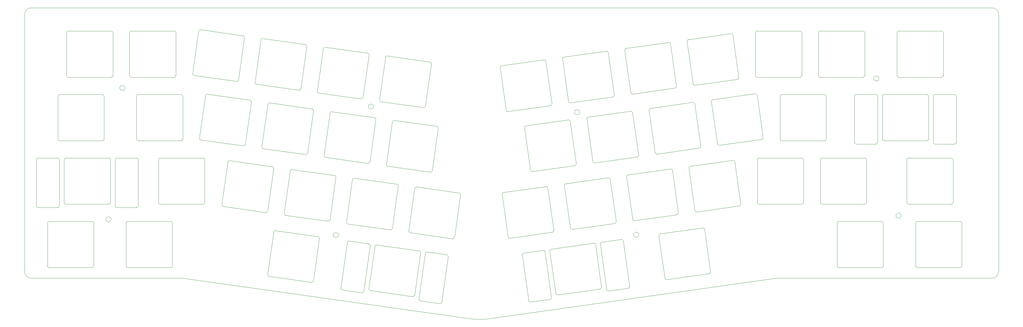
<source format=gm1>
G04 #@! TF.GenerationSoftware,KiCad,Pcbnew,(5.99.0-9176-ga1730d51ff)*
G04 #@! TF.CreationDate,2021-11-19T15:25:31-06:00*
G04 #@! TF.ProjectId,Plate,506c6174-652e-46b6-9963-61645f706362,rev?*
G04 #@! TF.SameCoordinates,Original*
G04 #@! TF.FileFunction,Profile,NP*
%FSLAX46Y46*%
G04 Gerber Fmt 4.6, Leading zero omitted, Abs format (unit mm)*
G04 Created by KiCad (PCBNEW (5.99.0-9176-ga1730d51ff)) date 2021-11-19 15:25:31*
%MOMM*%
%LPD*%
G01*
G04 APERTURE LIST*
G04 #@! TA.AperFunction,Profile*
%ADD10C,0.100000*%
G04 #@! TD*
G04 APERTURE END LIST*
D10*
X187039516Y-176548789D02*
G75*
G02*
X187604237Y-176123240I495135J-69586D01*
G01*
X218881108Y-191327856D02*
G75*
G02*
X218316387Y-190902307I-69586J495135D01*
G01*
X168379329Y-188063856D02*
X170327753Y-174200103D01*
X260110880Y-184523560D02*
X272984364Y-182714309D01*
X287037281Y-122677143D02*
X287037281Y-109677143D01*
X263684437Y-164279201D02*
G75*
G02*
X263258888Y-164843922I-495135J-69586D01*
G01*
X185189963Y-175783937D02*
G75*
G02*
X185615511Y-176348657I-69586J-495134D01*
G01*
X266876039Y-150702893D02*
G75*
G02*
X267301587Y-150138171I495135J69587D01*
G01*
X279588728Y-109936896D02*
G75*
G02*
X280153449Y-110362443I69587J-495134D01*
G01*
X110442032Y-180398642D02*
G75*
G02*
X109942031Y-180898643I-500001J0D01*
G01*
X349019532Y-166898642D02*
G75*
G02*
X349519531Y-167398643I-1J-500000D01*
G01*
X246378760Y-172315899D02*
G75*
G02*
X246943481Y-172741446I69587J-495134D01*
G01*
X183835308Y-156861252D02*
G75*
G02*
X184400029Y-156435703I495135J-69586D01*
G01*
X169562947Y-115876057D02*
G75*
G02*
X169988495Y-116440777I-69586J-495134D01*
G01*
X183806261Y-189222143D02*
G75*
G02*
X183241540Y-189647690I-495134J69587D01*
G01*
X169902205Y-173635383D02*
G75*
G02*
X170327753Y-174200103I-69586J-495134D01*
G01*
X336019531Y-180898643D02*
G75*
G02*
X335519531Y-180398643I0J500000D01*
G01*
X251600886Y-146740218D02*
X249791636Y-133866734D01*
X246378761Y-172315899D02*
X240437152Y-173150937D01*
X171390674Y-132091571D02*
G75*
G03*
X171390674Y-132091571I-800000J0D01*
G01*
X268091522Y-130789939D02*
X255218037Y-132599189D01*
X73129531Y-180898643D02*
G75*
G02*
X72629531Y-180398643I0J500000D01*
G01*
X338923031Y-142417643D02*
X325923031Y-142417642D01*
X219437246Y-151765437D02*
X232310731Y-149956187D01*
X269250011Y-164001924D02*
X282123496Y-162192674D01*
X343899781Y-122677143D02*
G75*
G02*
X343399781Y-123177143I-500000J0D01*
G01*
X164970703Y-154210003D02*
G75*
G02*
X165535423Y-153784455I495134J-69586D01*
G01*
X161872999Y-187654365D02*
X167814609Y-188489404D01*
X119752781Y-147658143D02*
G75*
G02*
X120252781Y-148158143I0J-500000D01*
G01*
X100115781Y-148158143D02*
X100115781Y-162158143D01*
X133898638Y-130100980D02*
G75*
G02*
X134324186Y-130665700I-69586J-495134D01*
G01*
X330399781Y-109177143D02*
X343399781Y-109177143D01*
X119752781Y-161658143D02*
X106752781Y-161658143D01*
X222735120Y-175638796D02*
X216793512Y-176473834D01*
X195889811Y-171683160D02*
X197699060Y-158809674D01*
X293312511Y-184098643D02*
X358659848Y-184098642D01*
X332852531Y-161158143D02*
X332852531Y-148158143D01*
X137260137Y-111841106D02*
X135450887Y-124714591D01*
X150698342Y-113224809D02*
G75*
G02*
X151123890Y-113789529I-69586J-495134D01*
G01*
X139295992Y-163729416D02*
G75*
G02*
X138731270Y-164154964I-495135J69587D01*
G01*
X268091522Y-130789939D02*
G75*
G02*
X268656243Y-131215486I69587J-495134D01*
G01*
X320087280Y-109677143D02*
X320087280Y-122677143D01*
X171751758Y-174400234D02*
X169942508Y-187273719D01*
X248011432Y-153354140D02*
G75*
G02*
X248436980Y-152789418I495135J69587D01*
G01*
X89772781Y-128917643D02*
X89772781Y-141917643D01*
X273409913Y-182149589D02*
G75*
G02*
X272984365Y-182714309I-495134J-69586D01*
G01*
X149314639Y-126663015D02*
G75*
G02*
X148749918Y-127088562I-495134J69587D01*
G01*
X75739781Y-147658143D02*
G75*
G02*
X76239781Y-148158143I0J-500000D01*
G01*
X132514936Y-143539185D02*
X134324186Y-130665700D01*
X335519531Y-180398643D02*
X335519531Y-167398643D01*
X100115780Y-162158143D02*
G75*
G02*
X99615781Y-162658142I-499999J0D01*
G01*
X182451605Y-170299458D02*
G75*
G02*
X182026057Y-169734736I69587J495135D01*
G01*
X300537281Y-109177142D02*
G75*
G02*
X301037280Y-109677143I-1J-500000D01*
G01*
X96128318Y-126440719D02*
G75*
G03*
X96128318Y-126440719I-800000J0D01*
G01*
X222994909Y-117890639D02*
X210121424Y-119699889D01*
X192022970Y-191386753D02*
X193971393Y-177523000D01*
X346352531Y-147658143D02*
G75*
G02*
X346852531Y-148158143I0J-500000D01*
G01*
X229146828Y-156005386D02*
X230956078Y-168878872D01*
X183835309Y-156861251D02*
X182026058Y-169734736D01*
X190492458Y-138054722D02*
G75*
G02*
X190918006Y-138619442I-69586J-495134D01*
G01*
X301037280Y-109677143D02*
X301037280Y-122677143D01*
X222994908Y-117890639D02*
G75*
G02*
X223559629Y-118316186I69587J-495134D01*
G01*
X159544301Y-152942459D02*
G75*
G02*
X159969849Y-153507179I-69586J-495134D01*
G01*
X271035942Y-168850557D02*
X258162456Y-170659807D01*
X96442031Y-167398643D02*
G75*
G02*
X96942031Y-166898643I500000J0D01*
G01*
X346852531Y-161158143D02*
G75*
G02*
X346352531Y-161658143I-500000J0D01*
G01*
X225955223Y-169581696D02*
X224145973Y-156708211D01*
X76272781Y-142417643D02*
G75*
G02*
X75772781Y-141917643I0J500000D01*
G01*
X341361032Y-143417642D02*
G75*
G02*
X340861031Y-142917643I-1J500000D01*
G01*
X307966781Y-142417642D02*
X294966780Y-142417642D01*
X349519531Y-167398643D02*
X349519531Y-180398643D01*
X251600886Y-146740219D02*
G75*
G02*
X251175338Y-147304939I-495134J-69586D01*
G01*
X127241489Y-148907509D02*
X125432238Y-161780994D01*
X339423031Y-141917643D02*
G75*
G02*
X338923031Y-142417643I-500000J0D01*
G01*
X146106095Y-151558757D02*
G75*
G02*
X146670816Y-151133208I495135J-69586D01*
G01*
X263098092Y-125887176D02*
X261288842Y-113013691D01*
X316985031Y-128917643D02*
G75*
G02*
X317485031Y-128417643I500000J0D01*
G01*
X333352531Y-147658143D02*
X346352531Y-147658143D01*
X113085281Y-128417643D02*
G75*
G02*
X113585281Y-128917643I0J-500000D01*
G01*
X91939782Y-109177142D02*
G75*
G02*
X92439781Y-109677143I-1J-500000D01*
G01*
X158189645Y-134019772D02*
G75*
G02*
X158754366Y-133594223I495135J-69586D01*
G01*
X106752781Y-147658143D02*
X119752781Y-147658143D01*
X263098092Y-125887177D02*
G75*
G02*
X262672544Y-126451897I-495134J-69586D01*
G01*
X212069846Y-133563642D02*
G75*
G02*
X211505126Y-133138094I-69586J495134D01*
G01*
X358662219Y-102149390D02*
G75*
G02*
X360662220Y-104149450I1J-2000000D01*
G01*
X195889811Y-171683160D02*
G75*
G02*
X195325090Y-172108707I-495134J69587D01*
G01*
X178408908Y-155593707D02*
X165535424Y-153784456D01*
X244819831Y-166930449D02*
G75*
G02*
X244394283Y-167495169I-495134J-69586D01*
G01*
X97489781Y-109677143D02*
G75*
G02*
X97989781Y-109177143I500000J0D01*
G01*
X187043852Y-131965510D02*
X188853102Y-119092025D01*
X248891905Y-186605199D02*
X246943481Y-172741446D01*
X197273513Y-158244954D02*
G75*
G02*
X197699061Y-158809674I-69586J-495134D01*
G01*
X113585281Y-128917643D02*
X113585281Y-141917643D01*
X286956128Y-128138690D02*
X274082643Y-129947940D01*
X78939781Y-123177143D02*
G75*
G02*
X78439781Y-122677143I0J500000D01*
G01*
X99615781Y-162658142D02*
X93615781Y-162658143D01*
X235927882Y-135815157D02*
G75*
G02*
X236353430Y-135250435I495135J69587D01*
G01*
X254792489Y-133163910D02*
G75*
G02*
X255218037Y-132599188I495135J69587D01*
G01*
X190492459Y-138054722D02*
X177618974Y-136245471D01*
X222735120Y-175638796D02*
G75*
G02*
X223299841Y-176064343I69587J-495134D01*
G01*
X248891905Y-186605200D02*
G75*
G02*
X248466357Y-187169920I-495134J-69586D01*
G01*
X189108756Y-151492927D02*
X190918006Y-138619443D01*
X260110881Y-184523560D02*
G75*
G02*
X259546159Y-184098012I-69587J495135D01*
G01*
X156805943Y-147457977D02*
X169679428Y-149267228D01*
X240011604Y-173715658D02*
G75*
G02*
X240437152Y-173150936I495135J69587D01*
G01*
X247425088Y-114962115D02*
G75*
G02*
X247850636Y-114397393I495135J69587D01*
G01*
X227097817Y-189163244D02*
X239971302Y-187353994D01*
X333352531Y-161658143D02*
G75*
G02*
X332852531Y-161158143I0J500000D01*
G01*
X301108782Y-147658142D02*
G75*
G02*
X301608781Y-148158143I-1J-500000D01*
G01*
X177054252Y-136671020D02*
G75*
G02*
X177618973Y-136245471I495135J-69586D01*
G01*
X97989781Y-123177143D02*
G75*
G02*
X97489781Y-122677143I0J500000D01*
G01*
X89272781Y-142417643D02*
X76272781Y-142417643D01*
X160737427Y-170999080D02*
G75*
G03*
X160737427Y-170999080I-800000J0D01*
G01*
X307158782Y-161658142D02*
G75*
G02*
X306658781Y-161158143I-1J500000D01*
G01*
X110442031Y-167398643D02*
X110442031Y-180398643D01*
X242445860Y-153631416D02*
X229572375Y-155440667D01*
X225248264Y-189928096D02*
X223299841Y-176064343D01*
X254792490Y-133163910D02*
X256601740Y-146037394D01*
X69239781Y-148158143D02*
G75*
G02*
X69739781Y-147658143I500000J0D01*
G01*
X137941337Y-144806731D02*
G75*
G02*
X137515789Y-144242009I69587J495135D01*
G01*
X91908191Y-166274597D02*
G75*
G03*
X91908191Y-166274597I-800000J0D01*
G01*
X153151275Y-184913865D02*
X154960526Y-172040380D01*
X227097817Y-189163245D02*
G75*
G02*
X226533096Y-188737696I-69586J495135D01*
G01*
X248011433Y-153354140D02*
X249820683Y-166227625D01*
X171627852Y-135403475D02*
X158754367Y-133594224D01*
X250385403Y-166653173D02*
G75*
G02*
X249820682Y-166227624I-69586J495135D01*
G01*
X340861031Y-128917643D02*
G75*
G02*
X341361031Y-128417643I500000J0D01*
G01*
X301608781Y-161158143D02*
G75*
G02*
X301108781Y-161658143I-500000J0D01*
G01*
X177054253Y-136671019D02*
X175245003Y-149544504D01*
X273657094Y-130512662D02*
G75*
G02*
X274082642Y-129947940I495135J69587D01*
G01*
X119076730Y-142155482D02*
X131950215Y-143964732D01*
X139295991Y-163729416D02*
X141105241Y-150855932D01*
X319587281Y-123177143D02*
X306587281Y-123177142D01*
X210282220Y-158656635D02*
X212091471Y-171530120D01*
X209695876Y-120264610D02*
G75*
G02*
X210121424Y-119699888I495135J69587D01*
G01*
X320158781Y-161658143D02*
X307158781Y-161658142D01*
X137260135Y-111841106D02*
G75*
G02*
X137824857Y-111415558I495135J-69587D01*
G01*
X316985031Y-142917643D02*
X316985031Y-128917643D01*
X158189646Y-134019772D02*
X156380396Y-146893257D01*
X77677782Y-148158142D02*
G75*
G02*
X78177781Y-147658143I499999J0D01*
G01*
X325923031Y-128417643D02*
X338923031Y-128417643D01*
X189108756Y-151492928D02*
G75*
G02*
X188544035Y-151918475I-495134J69587D01*
G01*
X360659847Y-182098704D02*
G75*
G02*
X358659848Y-184098642I-1999999J61D01*
G01*
X153151275Y-184913865D02*
G75*
G02*
X152586554Y-185339412I-495134J69587D01*
G01*
X193545846Y-176958279D02*
X187604237Y-176123241D01*
X257736908Y-171224526D02*
X259546160Y-184098012D01*
X163395876Y-173225891D02*
X161447453Y-187089644D01*
X244233487Y-128538424D02*
G75*
G02*
X243807939Y-129103144I-495134J-69586D01*
G01*
X159544301Y-152942459D02*
X146670816Y-151133209D01*
X330399781Y-123177143D02*
G75*
G02*
X329899781Y-122677143I0J500000D01*
G01*
X263684436Y-164279200D02*
X261875186Y-151405716D01*
X193545845Y-176958279D02*
G75*
G02*
X193971393Y-177522999I-69586J-495134D01*
G01*
X343399781Y-109177143D02*
G75*
G02*
X343899781Y-109677143I0J-500000D01*
G01*
X282549044Y-161627954D02*
X280739793Y-148754469D01*
X131833734Y-110573562D02*
G75*
G02*
X132259282Y-111138282I-69586J-495134D01*
G01*
X329899781Y-122677143D02*
X329899781Y-109677143D01*
X229146828Y-156005387D02*
G75*
G02*
X229572375Y-155440666I495134J69587D01*
G01*
X144722393Y-164996961D02*
X157595878Y-166806212D01*
X91677781Y-161158143D02*
G75*
G02*
X91177781Y-161658143I-500000J0D01*
G01*
X280175072Y-148328921D02*
G75*
G02*
X280739793Y-148754468I69587J-495134D01*
G01*
X231520798Y-169304421D02*
G75*
G02*
X230956077Y-168878872I-69586J495135D01*
G01*
X156124742Y-114492354D02*
X154315492Y-127365839D01*
X182451606Y-170299457D02*
X195325091Y-172108707D01*
X294466780Y-128917643D02*
G75*
G02*
X294966780Y-128417643I500000J0D01*
G01*
X341361031Y-128417643D02*
X347361031Y-128417643D01*
X324419329Y-123537306D02*
G75*
G03*
X324419329Y-123537306I-800000J0D01*
G01*
X249226915Y-133441186D02*
G75*
G02*
X249791636Y-133866733I69587J-495134D01*
G01*
X307966782Y-128417643D02*
G75*
G02*
X308466780Y-128917643I-1J-499999D01*
G01*
X346852531Y-148158143D02*
X346852531Y-161158143D01*
X347861031Y-128917643D02*
X347861031Y-142917643D01*
X76239780Y-162158143D02*
G75*
G02*
X75739781Y-162658142I-499999J0D01*
G01*
X323485031Y-143417643D02*
X317485031Y-143417642D01*
X169562948Y-115876057D02*
X156689462Y-114066807D01*
X117011826Y-122628065D02*
G75*
G02*
X116586278Y-122063343I69587J495135D01*
G01*
X120460432Y-128717277D02*
G75*
G02*
X121025153Y-128291728I495135J-69586D01*
G01*
X306658781Y-148158143D02*
G75*
G02*
X307158781Y-147658143I500000J0D01*
G01*
X270465493Y-144088971D02*
X268656243Y-131215486D01*
X170244148Y-148841680D02*
G75*
G02*
X169679428Y-149267228I-495134J69586D01*
G01*
X276031066Y-143811695D02*
G75*
G02*
X275466345Y-143386146I-69586J495135D01*
G01*
X111489781Y-109677143D02*
X111489781Y-122677143D01*
X171751757Y-174400235D02*
G75*
G02*
X172316478Y-173974686I495135J-69586D01*
G01*
X320158782Y-147658142D02*
G75*
G02*
X320658781Y-148158143I-1J-500000D01*
G01*
X92439781Y-122677143D02*
G75*
G02*
X91939781Y-123177143I-500000J0D01*
G01*
X268663667Y-125609900D02*
G75*
G02*
X268098946Y-125184351I-69586J495135D01*
G01*
X270465492Y-144088971D02*
G75*
G02*
X270039945Y-144653692I-495134J-69587D01*
G01*
X230934454Y-130912395D02*
G75*
G02*
X230369733Y-130486846I-69586J495135D01*
G01*
X287537281Y-123177143D02*
G75*
G02*
X287037281Y-122677143I0J500000D01*
G01*
X225368880Y-131189672D02*
G75*
G02*
X224943332Y-131754392I-495134J-69586D01*
G01*
X257166460Y-146462943D02*
G75*
G02*
X256601739Y-146037394I-69586J495135D01*
G01*
X130450032Y-124011768D02*
G75*
G02*
X129885311Y-124437315I-495134J69587D01*
G01*
X91677781Y-148158143D02*
X91677781Y-161158143D01*
X217063274Y-138466405D02*
X218872526Y-151339890D01*
X120252781Y-161158143D02*
G75*
G02*
X119752781Y-161658143I-500000J0D01*
G01*
X266289697Y-112310867D02*
X268098947Y-125184352D01*
X151379543Y-146190433D02*
G75*
G02*
X150814822Y-146615980I-495134J69587D01*
G01*
X347861031Y-142917643D02*
G75*
G02*
X347361031Y-143417643I-500000J0D01*
G01*
X149314639Y-126663014D02*
X151123889Y-113789530D01*
X127241488Y-148907509D02*
G75*
G02*
X127806209Y-148481960I495135J-69586D01*
G01*
X343899781Y-109677143D02*
X343899781Y-122677143D01*
X306587281Y-109177143D02*
X319587281Y-109177143D01*
X154534978Y-171475659D02*
G75*
G02*
X154960526Y-172040379I-69586J-495134D01*
G01*
X325207031Y-180898643D02*
X312207031Y-180898642D01*
X131833735Y-110573562D02*
X118960250Y-108764310D01*
X241859516Y-115239391D02*
X228986031Y-117048642D01*
X232736279Y-149391467D02*
G75*
G02*
X232310731Y-149956187I-495134J-69586D01*
G01*
X154741039Y-127930560D02*
X167614524Y-129739810D01*
X225955223Y-169581697D02*
G75*
G02*
X225529675Y-170146417I-495134J-69586D01*
G01*
X106252781Y-161158143D02*
X106252781Y-148158143D01*
X106752781Y-161658143D02*
G75*
G02*
X106252781Y-161158143I0J500000D01*
G01*
X109942031Y-166898643D02*
G75*
G02*
X110442031Y-167398643I0J-500000D01*
G01*
X288108781Y-161658143D02*
G75*
G02*
X287608781Y-161158143I0J500000D01*
G01*
X173605647Y-130581807D02*
X186479131Y-132391057D01*
X69239781Y-162158143D02*
X69239781Y-148158143D01*
X260724121Y-112588144D02*
G75*
G02*
X261288842Y-113013691I69587J-495134D01*
G01*
X75772781Y-141917643D02*
X75772781Y-128917643D01*
X91939781Y-123177143D02*
X78939781Y-123177143D01*
X163395875Y-173225892D02*
G75*
G02*
X163960596Y-172800343I495135J-69586D01*
G01*
X320658781Y-161158143D02*
G75*
G02*
X320158781Y-161658143I-500000J0D01*
G01*
X187039516Y-176548788D02*
X185091093Y-190412541D01*
X301108781Y-161658143D02*
X288108781Y-161658142D01*
X228560483Y-117613362D02*
X230369734Y-130486847D01*
X230362308Y-136092434D02*
X217488823Y-137901684D01*
X86129531Y-166898643D02*
G75*
G02*
X86629531Y-167398643I0J-500000D01*
G01*
X99615781Y-147658143D02*
G75*
G02*
X100115781Y-148158143I0J-500000D01*
G01*
X185516640Y-190977263D02*
G75*
G02*
X185091092Y-190412541I69587J495135D01*
G01*
X125857784Y-162345714D02*
G75*
G02*
X125432237Y-161780993I69587J495134D01*
G01*
X294966781Y-142417642D02*
G75*
G02*
X294466780Y-141917643I-1J500000D01*
G01*
X312207031Y-166898643D02*
X325207031Y-166898643D01*
X232736279Y-149391466D02*
X230927028Y-136517981D01*
X78939781Y-109177143D02*
X91939781Y-109177142D01*
X319587282Y-109177143D02*
G75*
G02*
X320087280Y-109677143I-1J-499999D01*
G01*
X325707032Y-180398642D02*
G75*
G02*
X325207031Y-180898643I-500001J0D01*
G01*
X281962700Y-123235928D02*
X280153449Y-110362444D01*
X163587000Y-167648209D02*
X176460485Y-169457460D01*
X261310465Y-150980169D02*
G75*
G02*
X261875186Y-151405716I69587J-495134D01*
G01*
X177025206Y-169031913D02*
G75*
G02*
X176460485Y-169457460I-495134J69587D01*
G01*
X294466780Y-141917643D02*
X294466780Y-128917643D01*
X77677781Y-161158143D02*
X77677781Y-148158143D01*
X228560483Y-117613363D02*
G75*
G02*
X228986031Y-117048641I495135J69587D01*
G01*
X205116264Y-196493828D02*
G75*
G02*
X201776109Y-196493828I-1670079J11883217D01*
G01*
X347361032Y-128417642D02*
G75*
G02*
X347861031Y-128917643I-1J-500000D01*
G01*
X150698342Y-113224809D02*
X137824857Y-111415559D01*
X273657095Y-130512662D02*
X275466346Y-143386147D01*
X93615781Y-147658143D02*
X99615781Y-147658143D01*
X139325041Y-131368523D02*
X137515790Y-144242009D01*
X209695877Y-120264610D02*
X211505127Y-133138095D01*
X144722393Y-164996963D02*
G75*
G02*
X144296845Y-164432241I69587J495135D01*
G01*
X218881108Y-191327855D02*
X224822717Y-190492817D01*
X170368055Y-187838440D02*
G75*
G02*
X169942507Y-187273718I69587J495135D01*
G01*
X96942031Y-166898643D02*
X109942031Y-166898643D01*
X325207031Y-166898643D02*
G75*
G02*
X325707031Y-167398643I0J-500000D01*
G01*
X65677780Y-104149390D02*
G75*
G02*
X67677780Y-102149390I2000000J0D01*
G01*
X311707031Y-180398643D02*
X311707031Y-167398643D01*
X249799060Y-128261148D02*
G75*
G02*
X249234339Y-127835599I-69586J495135D01*
G01*
X339423031Y-128917643D02*
X339423031Y-141917643D01*
X287608782Y-148158142D02*
G75*
G02*
X288108781Y-147658143I499999J0D01*
G01*
X175670550Y-150109226D02*
G75*
G02*
X175245002Y-149544504I69587J495135D01*
G01*
X106252781Y-148158143D02*
G75*
G02*
X106752781Y-147658143I500000J0D01*
G01*
X146106096Y-151558756D02*
X144296846Y-164432241D01*
X67677780Y-102149390D02*
X358662220Y-102149390D01*
X140679694Y-150291212D02*
X127806209Y-148481961D01*
X331179680Y-165169742D02*
G75*
G03*
X331179680Y-165169742I-800000J0D01*
G01*
X185189964Y-175783936D02*
X172316479Y-173974687D01*
X99585281Y-141917643D02*
X99585281Y-128917643D01*
X257166460Y-146462942D02*
X270039946Y-144653692D01*
X266289696Y-112310867D02*
G75*
G02*
X266715244Y-111746145I495135J69587D01*
G01*
X282549044Y-161627954D02*
G75*
G02*
X282123496Y-162192674I-495134J-69586D01*
G01*
X325423031Y-128917643D02*
G75*
G02*
X325923031Y-128417643I500000J0D01*
G01*
X113085281Y-142417642D02*
X100085281Y-142417643D01*
X154741039Y-127930561D02*
G75*
G02*
X154315491Y-127365839I69587J495135D01*
G01*
X89272782Y-128417642D02*
G75*
G02*
X89772781Y-128917643I-1J-500000D01*
G01*
X97989781Y-109177143D02*
X110989781Y-109177142D01*
X347361031Y-143417643D02*
X341361031Y-143417642D01*
X93115781Y-162158143D02*
X93115781Y-148158143D01*
X168179245Y-129314263D02*
G75*
G02*
X167614524Y-129739810I-495134J69587D01*
G01*
X266876040Y-150702892D02*
X268685291Y-163576377D01*
X75739781Y-162658142D02*
X69739781Y-162658143D01*
X110989781Y-123177143D02*
X97989781Y-123177143D01*
X276031066Y-143811694D02*
X288904551Y-142002444D01*
X141096772Y-170091957D02*
G75*
G02*
X141661493Y-169666408I495135J-69586D01*
G01*
X325423031Y-141917643D02*
X325423031Y-128917643D01*
X139713069Y-183530163D02*
G75*
G02*
X139287521Y-182965441I69587J495135D01*
G01*
X287037282Y-109677142D02*
G75*
G02*
X287537281Y-109177143I499999J0D01*
G01*
X306587281Y-123177143D02*
G75*
G02*
X306087281Y-122677143I0J500000D01*
G01*
X317485032Y-143417642D02*
G75*
G02*
X316985031Y-142917643I-1J500000D01*
G01*
X332852532Y-148158142D02*
G75*
G02*
X333352531Y-147658143I499999J0D01*
G01*
X216367962Y-177038554D02*
G75*
G02*
X216793511Y-176473833I495135J69586D01*
G01*
X306087282Y-109677142D02*
G75*
G02*
X306587281Y-109177143I499999J0D01*
G01*
X323985031Y-128917643D02*
X323985031Y-142917643D01*
X69739781Y-147658143D02*
X75739781Y-147658143D01*
X230934455Y-130912394D02*
X243807939Y-129103144D01*
X192022969Y-191386752D02*
G75*
G02*
X191458249Y-191812300I-495134J69586D01*
G01*
X225248264Y-189928097D02*
G75*
G02*
X224822716Y-190492817I-495134J-69586D01*
G01*
X125857786Y-162345714D02*
X138731270Y-164154964D01*
X67677780Y-184098642D02*
G75*
G02*
X65677781Y-182098643I0J1999999D01*
G01*
X360662220Y-104149450D02*
X360659848Y-182098703D01*
X170244149Y-148841680D02*
X172053399Y-135968195D01*
X96442031Y-180398643D02*
X96442031Y-167398643D01*
X185516641Y-190977262D02*
X191458249Y-191812299D01*
X323985031Y-142917643D02*
G75*
G02*
X323485031Y-143417643I-500000J0D01*
G01*
X289330099Y-141437724D02*
G75*
G02*
X288904551Y-142002444I-495134J-69586D01*
G01*
X251726633Y-170941332D02*
G75*
G03*
X251726633Y-170941332I-800000J0D01*
G01*
X130450032Y-124011767D02*
X132259282Y-111138282D01*
X173605646Y-130581808D02*
G75*
G02*
X173180098Y-130017086I69587J495135D01*
G01*
X183806261Y-189222142D02*
X185615511Y-176348657D01*
X205116264Y-196493828D02*
X293312511Y-184098643D01*
X225368880Y-131189671D02*
X223559629Y-118316186D01*
X118395529Y-109189859D02*
G75*
G02*
X118960250Y-108764310I495135J-69586D01*
G01*
X73129531Y-166898643D02*
X86129531Y-166898643D01*
X135876434Y-125279312D02*
X148749919Y-127088562D01*
X271035941Y-168850557D02*
G75*
G02*
X271600662Y-169276104I69587J-495134D01*
G01*
X139713070Y-183530162D02*
X152586555Y-185339411D01*
X212656191Y-171955667D02*
X225529676Y-170146417D01*
X110989782Y-109177142D02*
G75*
G02*
X111489781Y-109677143I-1J-500000D01*
G01*
X343399781Y-123177143D02*
X330399781Y-123177142D01*
X219437247Y-151765437D02*
G75*
G02*
X218872525Y-151339889I-69587J495135D01*
G01*
X307158781Y-147658143D02*
X320158781Y-147658143D01*
X217063274Y-138466405D02*
G75*
G02*
X217488822Y-137901683I495135J69587D01*
G01*
X132514936Y-143539185D02*
G75*
G02*
X131950215Y-143964732I-495134J69587D01*
G01*
X170368055Y-187838438D02*
X183241539Y-189647690D01*
X96942031Y-180898643D02*
G75*
G02*
X96442031Y-180398643I0J500000D01*
G01*
X212069847Y-133563642D02*
X224943332Y-131754392D01*
X335519531Y-167398643D02*
G75*
G02*
X336019531Y-166898643I500000J0D01*
G01*
X281962700Y-123235929D02*
G75*
G02*
X281537152Y-123800649I-495134J-69586D01*
G01*
X86629531Y-180398643D02*
G75*
G02*
X86129531Y-180898643I-500000J0D01*
G01*
X287608781Y-161158143D02*
X287608781Y-148158143D01*
X240396849Y-186789274D02*
X238587599Y-173915789D01*
X188427554Y-118527304D02*
G75*
G02*
X188853102Y-119092024I-69586J-495134D01*
G01*
X306658781Y-161158143D02*
X306658781Y-148158143D01*
X224723846Y-175864212D02*
G75*
G02*
X225149393Y-175299491I495134J69587D01*
G01*
X92439781Y-109677143D02*
X92439781Y-122677143D01*
X76272781Y-128417643D02*
X89272781Y-128417642D01*
X163587000Y-167648210D02*
G75*
G02*
X163161452Y-167083488I69587J495135D01*
G01*
X188427555Y-118527304D02*
X175554070Y-116718053D01*
X168179245Y-129314262D02*
X169988495Y-116440778D01*
X269250012Y-164001924D02*
G75*
G02*
X268685290Y-163576376I-69587J495135D01*
G01*
X242524749Y-188004958D02*
X248466356Y-187169920D01*
X171627852Y-135403474D02*
G75*
G02*
X172053399Y-135968195I-69587J-495134D01*
G01*
X261310465Y-150980169D02*
X248436980Y-152789419D01*
X294966780Y-128417643D02*
X307966781Y-128417643D01*
X338923031Y-128417643D02*
G75*
G02*
X339423031Y-128917643I0J-500000D01*
G01*
X174989350Y-117143602D02*
X173180099Y-130017086D01*
X86129531Y-180898643D02*
X73129531Y-180898643D01*
X223581253Y-156282664D02*
X210707768Y-158091914D01*
X78177781Y-147658143D02*
X91177781Y-147658143D01*
X230362307Y-136092434D02*
G75*
G02*
X230927028Y-136517981I69587J-495134D01*
G01*
X286956127Y-128138691D02*
G75*
G02*
X287520848Y-128564238I69587J-495134D01*
G01*
X244233487Y-128538424D02*
X242424237Y-115664939D01*
X152763246Y-132752227D02*
X139889761Y-130942977D01*
X93115781Y-148158143D02*
G75*
G02*
X93615781Y-147658143I500000J0D01*
G01*
X287537281Y-109177143D02*
X300537281Y-109177143D01*
X320658781Y-148158143D02*
X320658781Y-161158143D01*
X325707031Y-167398643D02*
X325707031Y-180398643D01*
X301608781Y-148158143D02*
X301608781Y-161158143D01*
X249226915Y-133441186D02*
X236353430Y-135250436D01*
X161873000Y-187654366D02*
G75*
G02*
X161447452Y-187089644I69587J495135D01*
G01*
X119076730Y-142155483D02*
G75*
G02*
X118651182Y-141590761I69587J495135D01*
G01*
X289330099Y-141437723D02*
X287520848Y-128564238D01*
X97489781Y-122677143D02*
X97489781Y-109677143D01*
X311707031Y-167398643D02*
G75*
G02*
X312207031Y-166898643I500000J0D01*
G01*
X233812219Y-133763302D02*
G75*
G03*
X233812219Y-133763302I-800000J0D01*
G01*
X86629531Y-167398643D02*
X86629531Y-180398643D01*
X280175073Y-148328921D02*
X267301588Y-150138172D01*
X273409913Y-182149589D02*
X271600662Y-169276104D01*
X329899782Y-109677142D02*
G75*
G02*
X330399781Y-109177143I499999J0D01*
G01*
X168379329Y-188063856D02*
G75*
G02*
X167814608Y-188489403I-495134J69587D01*
G01*
X242445859Y-153631416D02*
G75*
G02*
X243010580Y-154056963I69587J-495134D01*
G01*
X137941338Y-144806730D02*
X150814822Y-146615979D01*
X91177781Y-161658143D02*
X78177781Y-161658143D01*
X65677781Y-104149390D02*
X65677781Y-182098643D01*
X336019531Y-166898643D02*
X349019531Y-166898643D01*
X151379543Y-146190433D02*
X153188794Y-133316948D01*
X117011827Y-122628064D02*
X129885312Y-124437315D01*
X118395530Y-109189859D02*
X116586279Y-122063344D01*
X247425089Y-114962115D02*
X249234339Y-127835600D01*
X72629531Y-180398643D02*
X72629531Y-167398643D01*
X154534978Y-171475659D02*
X141661493Y-169666409D01*
X323485031Y-128417643D02*
G75*
G02*
X323985031Y-128917643I0J-500000D01*
G01*
X177025206Y-169031912D02*
X178834456Y-156158427D01*
X238022879Y-173490241D02*
X225149393Y-175299492D01*
X308466780Y-141917643D02*
G75*
G02*
X307966781Y-142417642I-499999J0D01*
G01*
X308466780Y-128917643D02*
X308466780Y-141917643D01*
X178408908Y-155593707D02*
G75*
G02*
X178834456Y-156158427I-69586J-495134D01*
G01*
X231520798Y-169304420D02*
X244394283Y-167495169D01*
X212656191Y-171955668D02*
G75*
G02*
X212091470Y-171530119I-69586J495135D01*
G01*
X99585281Y-128917643D02*
G75*
G02*
X100085281Y-128417643I500000J0D01*
G01*
X317485031Y-128417643D02*
X323485031Y-128417643D01*
X260724122Y-112588144D02*
X247850637Y-114397394D01*
X91177781Y-147658143D02*
G75*
G02*
X91677781Y-148158143I0J-500000D01*
G01*
X158160599Y-166380664D02*
G75*
G02*
X157595877Y-166806212I-495135J69587D01*
G01*
X120460433Y-128717277D02*
X118651183Y-141590762D01*
X140679693Y-150291212D02*
G75*
G02*
X141105241Y-150855932I-69586J-495134D01*
G01*
X249799060Y-128261146D02*
X262672545Y-126451897D01*
X187043852Y-131965510D02*
G75*
G02*
X186479131Y-132391057I-495134J69587D01*
G01*
X156124741Y-114492355D02*
G75*
G02*
X156689462Y-114066806I495135J-69586D01*
G01*
X113579734Y-184098643D02*
X67677780Y-184098643D01*
X288108781Y-147658143D02*
X301108781Y-147658143D01*
X175670550Y-150109225D02*
X188544035Y-151918475D01*
X164970703Y-154210004D02*
X163161453Y-167083489D01*
X238301852Y-149114189D02*
G75*
G02*
X237737132Y-148688641I-69586J495134D01*
G01*
X279588729Y-109936896D02*
X266715244Y-111746146D01*
X111489781Y-122677143D02*
G75*
G02*
X110989781Y-123177143I-500000J0D01*
G01*
X240396848Y-186789273D02*
G75*
G02*
X239971301Y-187353994I-495134J-69587D01*
G01*
X72629532Y-167398642D02*
G75*
G02*
X73129531Y-166898643I499999J0D01*
G01*
X78439781Y-109677143D02*
G75*
G02*
X78939781Y-109177143I500000J0D01*
G01*
X135876434Y-125279313D02*
G75*
G02*
X135450886Y-124714591I69587J495135D01*
G01*
X242524748Y-188004959D02*
G75*
G02*
X241960027Y-187579410I-69586J495135D01*
G01*
X100085281Y-128417643D02*
X113085281Y-128417642D01*
X325923032Y-142417642D02*
G75*
G02*
X325423031Y-141917643I-1J500000D01*
G01*
X113579734Y-184098643D02*
X201776109Y-196493828D01*
X349519531Y-180398643D02*
G75*
G02*
X349019531Y-180898643I-500000J0D01*
G01*
X76239781Y-148158143D02*
X76239781Y-162158143D01*
X141096773Y-170091956D02*
X139287522Y-182965441D01*
X346352531Y-161658143D02*
X333352531Y-161658142D01*
X257736908Y-171224528D02*
G75*
G02*
X258162456Y-170659806I495135J69587D01*
G01*
X93615781Y-162658143D02*
G75*
G02*
X93115781Y-162158143I0J500000D01*
G01*
X349019531Y-180898643D02*
X336019531Y-180898642D01*
X89772781Y-141917643D02*
G75*
G02*
X89272781Y-142417643I-500000J0D01*
G01*
X156805943Y-147457978D02*
G75*
G02*
X156380395Y-146893256I69587J495135D01*
G01*
X210282219Y-158656635D02*
G75*
G02*
X210707767Y-158091913I495135J69587D01*
G01*
X320087281Y-122677143D02*
G75*
G02*
X319587281Y-123177143I-500000J0D01*
G01*
X109942031Y-180898643D02*
X96942031Y-180898643D01*
X224723846Y-175864211D02*
X226533097Y-188737697D01*
X235927883Y-135815157D02*
X237737133Y-148688642D01*
X223581252Y-156282664D02*
G75*
G02*
X224145973Y-156708211I69587J-495134D01*
G01*
X197273514Y-158244954D02*
X184400029Y-156435704D01*
X250385404Y-166653172D02*
X263258889Y-164843922D01*
X169902205Y-173635382D02*
X163960597Y-172800344D01*
X340861031Y-142917643D02*
X340861031Y-128917643D01*
X244819831Y-166930449D02*
X243010580Y-154056964D01*
X216367964Y-177038555D02*
X218316388Y-190902308D01*
X306087281Y-122677143D02*
X306087281Y-109677143D01*
X133898639Y-130100980D02*
X121025154Y-128291729D01*
X113585281Y-141917642D02*
G75*
G02*
X113085281Y-142417642I-500000J0D01*
G01*
X100085281Y-142417643D02*
G75*
G02*
X99585281Y-141917643I0J500000D01*
G01*
X139325040Y-131368525D02*
G75*
G02*
X139889761Y-130942976I495135J-69586D01*
G01*
X312207031Y-180898643D02*
G75*
G02*
X311707031Y-180398643I0J500000D01*
G01*
X268663666Y-125609899D02*
X281537152Y-123800649D01*
X240011605Y-173715658D02*
X241960028Y-187579411D01*
X152763246Y-132752227D02*
G75*
G02*
X153188794Y-133316947I-69586J-495134D01*
G01*
X69739781Y-162658143D02*
G75*
G02*
X69239781Y-162158143I0J500000D01*
G01*
X301037280Y-122677142D02*
G75*
G02*
X300537281Y-123177143I-500000J-1D01*
G01*
X158160597Y-166380665D02*
X159969849Y-153507180D01*
X174989349Y-117143602D02*
G75*
G02*
X175554070Y-116718053I495135J-69586D01*
G01*
X120252781Y-148158143D02*
X120252781Y-161158143D01*
X241859516Y-115239391D02*
G75*
G02*
X242424237Y-115664938I69587J-495134D01*
G01*
X75772782Y-128917642D02*
G75*
G02*
X76272781Y-128417643I499999J0D01*
G01*
X238301854Y-149114189D02*
X251175339Y-147304939D01*
X300537281Y-123177143D02*
X287537281Y-123177142D01*
X78177781Y-161658143D02*
G75*
G02*
X77677781Y-161158143I0J500000D01*
G01*
X238022878Y-173490241D02*
G75*
G02*
X238587599Y-173915788I69587J-495134D01*
G01*
X78439781Y-122677143D02*
X78439781Y-109677143D01*
M02*

</source>
